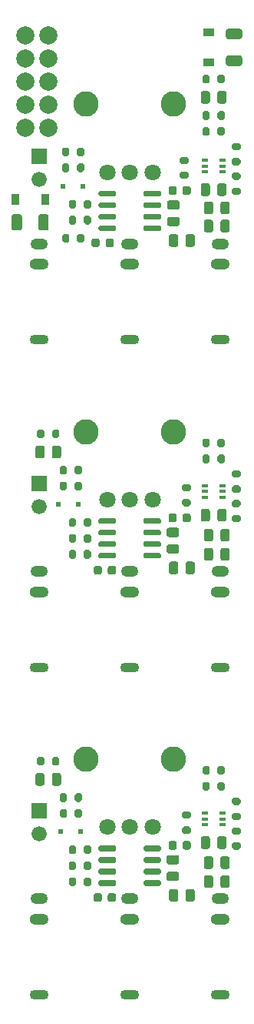
<source format=gbr>
G04 #@! TF.GenerationSoftware,KiCad,Pcbnew,5.1.9-73d0e3b20d~88~ubuntu20.04.1*
G04 #@! TF.CreationDate,2021-04-14T10:28:40-07:00*
G04 #@! TF.ProjectId,3xVCA,33785643-412e-46b6-9963-61645f706362,rev?*
G04 #@! TF.SameCoordinates,Original*
G04 #@! TF.FileFunction,Soldermask,Top*
G04 #@! TF.FilePolarity,Negative*
%FSLAX46Y46*%
G04 Gerber Fmt 4.6, Leading zero omitted, Abs format (unit mm)*
G04 Created by KiCad (PCBNEW 5.1.9-73d0e3b20d~88~ubuntu20.04.1) date 2021-04-14 10:28:40*
%MOMM*%
%LPD*%
G01*
G04 APERTURE LIST*
%ADD10R,0.500000X0.500000*%
%ADD11R,0.650000X0.400000*%
%ADD12C,1.676400*%
%ADD13R,1.676400X1.676400*%
%ADD14R,0.900000X1.200000*%
%ADD15R,1.200000X0.900000*%
%ADD16O,1.900000X1.200000*%
%ADD17O,2.100000X1.200000*%
%ADD18O,2.100000X1.100000*%
%ADD19C,2.800000*%
%ADD20C,1.800000*%
%ADD21C,2.000000*%
G04 APERTURE END LIST*
D10*
X6400000Y20000000D03*
X8600000Y20000000D03*
X6150000Y56000000D03*
X8350000Y56000000D03*
X6650000Y91000000D03*
X8850000Y91000000D03*
G36*
G01*
X19250002Y88400000D02*
X18349998Y88400000D01*
G75*
G02*
X18100000Y88649998I0J249998D01*
G01*
X18100000Y89175002D01*
G75*
G02*
X18349998Y89425000I249998J0D01*
G01*
X19250002Y89425000D01*
G75*
G02*
X19500000Y89175002I0J-249998D01*
G01*
X19500000Y88649998D01*
G75*
G02*
X19250002Y88400000I-249998J0D01*
G01*
G37*
G36*
G01*
X19250002Y86575000D02*
X18349998Y86575000D01*
G75*
G02*
X18100000Y86824998I0J249998D01*
G01*
X18100000Y87350002D01*
G75*
G02*
X18349998Y87600000I249998J0D01*
G01*
X19250002Y87600000D01*
G75*
G02*
X19500000Y87350002I0J-249998D01*
G01*
X19500000Y86824998D01*
G75*
G02*
X19250002Y86575000I-249998J0D01*
G01*
G37*
G36*
G01*
X23200000Y87050002D02*
X23200000Y86149998D01*
G75*
G02*
X22950002Y85900000I-249998J0D01*
G01*
X22424998Y85900000D01*
G75*
G02*
X22175000Y86149998I0J249998D01*
G01*
X22175000Y87050002D01*
G75*
G02*
X22424998Y87300000I249998J0D01*
G01*
X22950002Y87300000D01*
G75*
G02*
X23200000Y87050002I0J-249998D01*
G01*
G37*
G36*
G01*
X25025000Y87050002D02*
X25025000Y86149998D01*
G75*
G02*
X24775002Y85900000I-249998J0D01*
G01*
X24249998Y85900000D01*
G75*
G02*
X24000000Y86149998I0J249998D01*
G01*
X24000000Y87050002D01*
G75*
G02*
X24249998Y87300000I249998J0D01*
G01*
X24775002Y87300000D01*
G75*
G02*
X25025000Y87050002I0J-249998D01*
G01*
G37*
G36*
G01*
X23200000Y14950002D02*
X23200000Y14049998D01*
G75*
G02*
X22950002Y13800000I-249998J0D01*
G01*
X22424998Y13800000D01*
G75*
G02*
X22175000Y14049998I0J249998D01*
G01*
X22175000Y14950002D01*
G75*
G02*
X22424998Y15200000I249998J0D01*
G01*
X22950002Y15200000D01*
G75*
G02*
X23200000Y14950002I0J-249998D01*
G01*
G37*
G36*
G01*
X25025000Y14950002D02*
X25025000Y14049998D01*
G75*
G02*
X24775002Y13800000I-249998J0D01*
G01*
X24249998Y13800000D01*
G75*
G02*
X24000000Y14049998I0J249998D01*
G01*
X24000000Y14950002D01*
G75*
G02*
X24249998Y15200000I249998J0D01*
G01*
X24775002Y15200000D01*
G75*
G02*
X25025000Y14950002I0J-249998D01*
G01*
G37*
G36*
G01*
X19200002Y16400000D02*
X18299998Y16400000D01*
G75*
G02*
X18050000Y16649998I0J249998D01*
G01*
X18050000Y17175002D01*
G75*
G02*
X18299998Y17425000I249998J0D01*
G01*
X19200002Y17425000D01*
G75*
G02*
X19450000Y17175002I0J-249998D01*
G01*
X19450000Y16649998D01*
G75*
G02*
X19200002Y16400000I-249998J0D01*
G01*
G37*
G36*
G01*
X19200002Y14575000D02*
X18299998Y14575000D01*
G75*
G02*
X18050000Y14824998I0J249998D01*
G01*
X18050000Y15350002D01*
G75*
G02*
X18299998Y15600000I249998J0D01*
G01*
X19200002Y15600000D01*
G75*
G02*
X19450000Y15350002I0J-249998D01*
G01*
X19450000Y14824998D01*
G75*
G02*
X19200002Y14575000I-249998J0D01*
G01*
G37*
G36*
G01*
X23200000Y50950002D02*
X23200000Y50049998D01*
G75*
G02*
X22950002Y49800000I-249998J0D01*
G01*
X22424998Y49800000D01*
G75*
G02*
X22175000Y50049998I0J249998D01*
G01*
X22175000Y50950002D01*
G75*
G02*
X22424998Y51200000I249998J0D01*
G01*
X22950002Y51200000D01*
G75*
G02*
X23200000Y50950002I0J-249998D01*
G01*
G37*
G36*
G01*
X25025000Y50950002D02*
X25025000Y50049998D01*
G75*
G02*
X24775002Y49800000I-249998J0D01*
G01*
X24249998Y49800000D01*
G75*
G02*
X24000000Y50049998I0J249998D01*
G01*
X24000000Y50950002D01*
G75*
G02*
X24249998Y51200000I249998J0D01*
G01*
X24775002Y51200000D01*
G75*
G02*
X25025000Y50950002I0J-249998D01*
G01*
G37*
G36*
G01*
X19200002Y52400000D02*
X18299998Y52400000D01*
G75*
G02*
X18050000Y52649998I0J249998D01*
G01*
X18050000Y53175002D01*
G75*
G02*
X18299998Y53425000I249998J0D01*
G01*
X19200002Y53425000D01*
G75*
G02*
X19450000Y53175002I0J-249998D01*
G01*
X19450000Y52649998D01*
G75*
G02*
X19200002Y52400000I-249998J0D01*
G01*
G37*
G36*
G01*
X19200002Y50575000D02*
X18299998Y50575000D01*
G75*
G02*
X18050000Y50824998I0J249998D01*
G01*
X18050000Y51350002D01*
G75*
G02*
X18299998Y51600000I249998J0D01*
G01*
X19200002Y51600000D01*
G75*
G02*
X19450000Y51350002I0J-249998D01*
G01*
X19450000Y50824998D01*
G75*
G02*
X19200002Y50575000I-249998J0D01*
G01*
G37*
G36*
G01*
X23200000Y17050002D02*
X23200000Y16149998D01*
G75*
G02*
X22950002Y15900000I-249998J0D01*
G01*
X22424998Y15900000D01*
G75*
G02*
X22175000Y16149998I0J249998D01*
G01*
X22175000Y17050002D01*
G75*
G02*
X22424998Y17300000I249998J0D01*
G01*
X22950002Y17300000D01*
G75*
G02*
X23200000Y17050002I0J-249998D01*
G01*
G37*
G36*
G01*
X25025000Y17050002D02*
X25025000Y16149998D01*
G75*
G02*
X24775002Y15900000I-249998J0D01*
G01*
X24249998Y15900000D01*
G75*
G02*
X24000000Y16149998I0J249998D01*
G01*
X24000000Y17050002D01*
G75*
G02*
X24249998Y17300000I249998J0D01*
G01*
X24775002Y17300000D01*
G75*
G02*
X25025000Y17050002I0J-249998D01*
G01*
G37*
G36*
G01*
X23650000Y18349998D02*
X23650000Y19250002D01*
G75*
G02*
X23899998Y19500000I249998J0D01*
G01*
X24425002Y19500000D01*
G75*
G02*
X24675000Y19250002I0J-249998D01*
G01*
X24675000Y18349998D01*
G75*
G02*
X24425002Y18100000I-249998J0D01*
G01*
X23899998Y18100000D01*
G75*
G02*
X23650000Y18349998I0J249998D01*
G01*
G37*
G36*
G01*
X21825000Y18349998D02*
X21825000Y19250002D01*
G75*
G02*
X22074998Y19500000I249998J0D01*
G01*
X22600002Y19500000D01*
G75*
G02*
X22850000Y19250002I0J-249998D01*
G01*
X22850000Y18349998D01*
G75*
G02*
X22600002Y18100000I-249998J0D01*
G01*
X22074998Y18100000D01*
G75*
G02*
X21825000Y18349998I0J249998D01*
G01*
G37*
G36*
G01*
X23200000Y53050002D02*
X23200000Y52149998D01*
G75*
G02*
X22950002Y51900000I-249998J0D01*
G01*
X22424998Y51900000D01*
G75*
G02*
X22175000Y52149998I0J249998D01*
G01*
X22175000Y53050002D01*
G75*
G02*
X22424998Y53300000I249998J0D01*
G01*
X22950002Y53300000D01*
G75*
G02*
X23200000Y53050002I0J-249998D01*
G01*
G37*
G36*
G01*
X25025000Y53050002D02*
X25025000Y52149998D01*
G75*
G02*
X24775002Y51900000I-249998J0D01*
G01*
X24249998Y51900000D01*
G75*
G02*
X24000000Y52149998I0J249998D01*
G01*
X24000000Y53050002D01*
G75*
G02*
X24249998Y53300000I249998J0D01*
G01*
X24775002Y53300000D01*
G75*
G02*
X25025000Y53050002I0J-249998D01*
G01*
G37*
G36*
G01*
X23650000Y54349998D02*
X23650000Y55250002D01*
G75*
G02*
X23899998Y55500000I249998J0D01*
G01*
X24425002Y55500000D01*
G75*
G02*
X24675000Y55250002I0J-249998D01*
G01*
X24675000Y54349998D01*
G75*
G02*
X24425002Y54100000I-249998J0D01*
G01*
X23899998Y54100000D01*
G75*
G02*
X23650000Y54349998I0J249998D01*
G01*
G37*
G36*
G01*
X21825000Y54349998D02*
X21825000Y55250002D01*
G75*
G02*
X22074998Y55500000I249998J0D01*
G01*
X22600002Y55500000D01*
G75*
G02*
X22850000Y55250002I0J-249998D01*
G01*
X22850000Y54349998D01*
G75*
G02*
X22600002Y54100000I-249998J0D01*
G01*
X22074998Y54100000D01*
G75*
G02*
X21825000Y54349998I0J249998D01*
G01*
G37*
G36*
G01*
X23200000Y89050002D02*
X23200000Y88149998D01*
G75*
G02*
X22950002Y87900000I-249998J0D01*
G01*
X22424998Y87900000D01*
G75*
G02*
X22175000Y88149998I0J249998D01*
G01*
X22175000Y89050002D01*
G75*
G02*
X22424998Y89300000I249998J0D01*
G01*
X22950002Y89300000D01*
G75*
G02*
X23200000Y89050002I0J-249998D01*
G01*
G37*
G36*
G01*
X25025000Y89050002D02*
X25025000Y88149998D01*
G75*
G02*
X24775002Y87900000I-249998J0D01*
G01*
X24249998Y87900000D01*
G75*
G02*
X24000000Y88149998I0J249998D01*
G01*
X24000000Y89050002D01*
G75*
G02*
X24249998Y89300000I249998J0D01*
G01*
X24775002Y89300000D01*
G75*
G02*
X25025000Y89050002I0J-249998D01*
G01*
G37*
G36*
G01*
X23650000Y90149998D02*
X23650000Y91050002D01*
G75*
G02*
X23899998Y91300000I249998J0D01*
G01*
X24425002Y91300000D01*
G75*
G02*
X24675000Y91050002I0J-249998D01*
G01*
X24675000Y90149998D01*
G75*
G02*
X24425002Y89900000I-249998J0D01*
G01*
X23899998Y89900000D01*
G75*
G02*
X23650000Y90149998I0J249998D01*
G01*
G37*
G36*
G01*
X21825000Y90149998D02*
X21825000Y91050002D01*
G75*
G02*
X22074998Y91300000I249998J0D01*
G01*
X22600002Y91300000D01*
G75*
G02*
X22850000Y91050002I0J-249998D01*
G01*
X22850000Y90149998D01*
G75*
G02*
X22600002Y89900000I-249998J0D01*
G01*
X22074998Y89900000D01*
G75*
G02*
X21825000Y90149998I0J249998D01*
G01*
G37*
G36*
G01*
X23675000Y24725000D02*
X23675000Y25275000D01*
G75*
G02*
X23875000Y25475000I200000J0D01*
G01*
X24275000Y25475000D01*
G75*
G02*
X24475000Y25275000I0J-200000D01*
G01*
X24475000Y24725000D01*
G75*
G02*
X24275000Y24525000I-200000J0D01*
G01*
X23875000Y24525000D01*
G75*
G02*
X23675000Y24725000I0J200000D01*
G01*
G37*
G36*
G01*
X22025000Y24725000D02*
X22025000Y25275000D01*
G75*
G02*
X22225000Y25475000I200000J0D01*
G01*
X22625000Y25475000D01*
G75*
G02*
X22825000Y25275000I0J-200000D01*
G01*
X22825000Y24725000D01*
G75*
G02*
X22625000Y24525000I-200000J0D01*
G01*
X22225000Y24525000D01*
G75*
G02*
X22025000Y24725000I0J200000D01*
G01*
G37*
D11*
X24200000Y22050000D03*
X24200000Y20750000D03*
X22300000Y21400000D03*
X24200000Y21400000D03*
X22300000Y20750000D03*
X22300000Y22050000D03*
X24200000Y58050000D03*
X24200000Y56750000D03*
X22300000Y57400000D03*
X24200000Y57400000D03*
X22300000Y56750000D03*
X22300000Y58050000D03*
X24200000Y93850000D03*
X24200000Y92550000D03*
X22300000Y93200000D03*
X24200000Y93200000D03*
X22300000Y92550000D03*
X22300000Y93850000D03*
D12*
X4000000Y91730000D03*
D13*
X4000000Y94270000D03*
D12*
X4000000Y55730000D03*
D13*
X4000000Y58270000D03*
D12*
X4000000Y19730000D03*
D13*
X4000000Y22270000D03*
G36*
G01*
X7925000Y21725000D02*
X7925000Y22275000D01*
G75*
G02*
X8125000Y22475000I200000J0D01*
G01*
X8525000Y22475000D01*
G75*
G02*
X8725000Y22275000I0J-200000D01*
G01*
X8725000Y21725000D01*
G75*
G02*
X8525000Y21525000I-200000J0D01*
G01*
X8125000Y21525000D01*
G75*
G02*
X7925000Y21725000I0J200000D01*
G01*
G37*
G36*
G01*
X6275000Y21725000D02*
X6275000Y22275000D01*
G75*
G02*
X6475000Y22475000I200000J0D01*
G01*
X6875000Y22475000D01*
G75*
G02*
X7075000Y22275000I0J-200000D01*
G01*
X7075000Y21725000D01*
G75*
G02*
X6875000Y21525000I-200000J0D01*
G01*
X6475000Y21525000D01*
G75*
G02*
X6275000Y21725000I0J200000D01*
G01*
G37*
G36*
G01*
X15500000Y54005000D02*
X15500000Y54305000D01*
G75*
G02*
X15650000Y54455000I150000J0D01*
G01*
X17300000Y54455000D01*
G75*
G02*
X17450000Y54305000I0J-150000D01*
G01*
X17450000Y54005000D01*
G75*
G02*
X17300000Y53855000I-150000J0D01*
G01*
X15650000Y53855000D01*
G75*
G02*
X15500000Y54005000I0J150000D01*
G01*
G37*
G36*
G01*
X15500000Y52735000D02*
X15500000Y53035000D01*
G75*
G02*
X15650000Y53185000I150000J0D01*
G01*
X17300000Y53185000D01*
G75*
G02*
X17450000Y53035000I0J-150000D01*
G01*
X17450000Y52735000D01*
G75*
G02*
X17300000Y52585000I-150000J0D01*
G01*
X15650000Y52585000D01*
G75*
G02*
X15500000Y52735000I0J150000D01*
G01*
G37*
G36*
G01*
X15500000Y51465000D02*
X15500000Y51765000D01*
G75*
G02*
X15650000Y51915000I150000J0D01*
G01*
X17300000Y51915000D01*
G75*
G02*
X17450000Y51765000I0J-150000D01*
G01*
X17450000Y51465000D01*
G75*
G02*
X17300000Y51315000I-150000J0D01*
G01*
X15650000Y51315000D01*
G75*
G02*
X15500000Y51465000I0J150000D01*
G01*
G37*
G36*
G01*
X15500000Y50195000D02*
X15500000Y50495000D01*
G75*
G02*
X15650000Y50645000I150000J0D01*
G01*
X17300000Y50645000D01*
G75*
G02*
X17450000Y50495000I0J-150000D01*
G01*
X17450000Y50195000D01*
G75*
G02*
X17300000Y50045000I-150000J0D01*
G01*
X15650000Y50045000D01*
G75*
G02*
X15500000Y50195000I0J150000D01*
G01*
G37*
G36*
G01*
X10550000Y50195000D02*
X10550000Y50495000D01*
G75*
G02*
X10700000Y50645000I150000J0D01*
G01*
X12350000Y50645000D01*
G75*
G02*
X12500000Y50495000I0J-150000D01*
G01*
X12500000Y50195000D01*
G75*
G02*
X12350000Y50045000I-150000J0D01*
G01*
X10700000Y50045000D01*
G75*
G02*
X10550000Y50195000I0J150000D01*
G01*
G37*
G36*
G01*
X10550000Y51465000D02*
X10550000Y51765000D01*
G75*
G02*
X10700000Y51915000I150000J0D01*
G01*
X12350000Y51915000D01*
G75*
G02*
X12500000Y51765000I0J-150000D01*
G01*
X12500000Y51465000D01*
G75*
G02*
X12350000Y51315000I-150000J0D01*
G01*
X10700000Y51315000D01*
G75*
G02*
X10550000Y51465000I0J150000D01*
G01*
G37*
G36*
G01*
X10550000Y52735000D02*
X10550000Y53035000D01*
G75*
G02*
X10700000Y53185000I150000J0D01*
G01*
X12350000Y53185000D01*
G75*
G02*
X12500000Y53035000I0J-150000D01*
G01*
X12500000Y52735000D01*
G75*
G02*
X12350000Y52585000I-150000J0D01*
G01*
X10700000Y52585000D01*
G75*
G02*
X10550000Y52735000I0J150000D01*
G01*
G37*
G36*
G01*
X10550000Y54005000D02*
X10550000Y54305000D01*
G75*
G02*
X10700000Y54455000I150000J0D01*
G01*
X12350000Y54455000D01*
G75*
G02*
X12500000Y54305000I0J-150000D01*
G01*
X12500000Y54005000D01*
G75*
G02*
X12350000Y53855000I-150000J0D01*
G01*
X10700000Y53855000D01*
G75*
G02*
X10550000Y54005000I0J150000D01*
G01*
G37*
G36*
G01*
X15500000Y18005000D02*
X15500000Y18305000D01*
G75*
G02*
X15650000Y18455000I150000J0D01*
G01*
X17300000Y18455000D01*
G75*
G02*
X17450000Y18305000I0J-150000D01*
G01*
X17450000Y18005000D01*
G75*
G02*
X17300000Y17855000I-150000J0D01*
G01*
X15650000Y17855000D01*
G75*
G02*
X15500000Y18005000I0J150000D01*
G01*
G37*
G36*
G01*
X15500000Y16735000D02*
X15500000Y17035000D01*
G75*
G02*
X15650000Y17185000I150000J0D01*
G01*
X17300000Y17185000D01*
G75*
G02*
X17450000Y17035000I0J-150000D01*
G01*
X17450000Y16735000D01*
G75*
G02*
X17300000Y16585000I-150000J0D01*
G01*
X15650000Y16585000D01*
G75*
G02*
X15500000Y16735000I0J150000D01*
G01*
G37*
G36*
G01*
X15500000Y15465000D02*
X15500000Y15765000D01*
G75*
G02*
X15650000Y15915000I150000J0D01*
G01*
X17300000Y15915000D01*
G75*
G02*
X17450000Y15765000I0J-150000D01*
G01*
X17450000Y15465000D01*
G75*
G02*
X17300000Y15315000I-150000J0D01*
G01*
X15650000Y15315000D01*
G75*
G02*
X15500000Y15465000I0J150000D01*
G01*
G37*
G36*
G01*
X15500000Y14195000D02*
X15500000Y14495000D01*
G75*
G02*
X15650000Y14645000I150000J0D01*
G01*
X17300000Y14645000D01*
G75*
G02*
X17450000Y14495000I0J-150000D01*
G01*
X17450000Y14195000D01*
G75*
G02*
X17300000Y14045000I-150000J0D01*
G01*
X15650000Y14045000D01*
G75*
G02*
X15500000Y14195000I0J150000D01*
G01*
G37*
G36*
G01*
X10550000Y14195000D02*
X10550000Y14495000D01*
G75*
G02*
X10700000Y14645000I150000J0D01*
G01*
X12350000Y14645000D01*
G75*
G02*
X12500000Y14495000I0J-150000D01*
G01*
X12500000Y14195000D01*
G75*
G02*
X12350000Y14045000I-150000J0D01*
G01*
X10700000Y14045000D01*
G75*
G02*
X10550000Y14195000I0J150000D01*
G01*
G37*
G36*
G01*
X10550000Y15465000D02*
X10550000Y15765000D01*
G75*
G02*
X10700000Y15915000I150000J0D01*
G01*
X12350000Y15915000D01*
G75*
G02*
X12500000Y15765000I0J-150000D01*
G01*
X12500000Y15465000D01*
G75*
G02*
X12350000Y15315000I-150000J0D01*
G01*
X10700000Y15315000D01*
G75*
G02*
X10550000Y15465000I0J150000D01*
G01*
G37*
G36*
G01*
X10550000Y16735000D02*
X10550000Y17035000D01*
G75*
G02*
X10700000Y17185000I150000J0D01*
G01*
X12350000Y17185000D01*
G75*
G02*
X12500000Y17035000I0J-150000D01*
G01*
X12500000Y16735000D01*
G75*
G02*
X12350000Y16585000I-150000J0D01*
G01*
X10700000Y16585000D01*
G75*
G02*
X10550000Y16735000I0J150000D01*
G01*
G37*
G36*
G01*
X10550000Y18005000D02*
X10550000Y18305000D01*
G75*
G02*
X10700000Y18455000I150000J0D01*
G01*
X12350000Y18455000D01*
G75*
G02*
X12500000Y18305000I0J-150000D01*
G01*
X12500000Y18005000D01*
G75*
G02*
X12350000Y17855000I-150000J0D01*
G01*
X10700000Y17855000D01*
G75*
G02*
X10550000Y18005000I0J150000D01*
G01*
G37*
G36*
G01*
X15500000Y90005000D02*
X15500000Y90305000D01*
G75*
G02*
X15650000Y90455000I150000J0D01*
G01*
X17300000Y90455000D01*
G75*
G02*
X17450000Y90305000I0J-150000D01*
G01*
X17450000Y90005000D01*
G75*
G02*
X17300000Y89855000I-150000J0D01*
G01*
X15650000Y89855000D01*
G75*
G02*
X15500000Y90005000I0J150000D01*
G01*
G37*
G36*
G01*
X15500000Y88735000D02*
X15500000Y89035000D01*
G75*
G02*
X15650000Y89185000I150000J0D01*
G01*
X17300000Y89185000D01*
G75*
G02*
X17450000Y89035000I0J-150000D01*
G01*
X17450000Y88735000D01*
G75*
G02*
X17300000Y88585000I-150000J0D01*
G01*
X15650000Y88585000D01*
G75*
G02*
X15500000Y88735000I0J150000D01*
G01*
G37*
G36*
G01*
X15500000Y87465000D02*
X15500000Y87765000D01*
G75*
G02*
X15650000Y87915000I150000J0D01*
G01*
X17300000Y87915000D01*
G75*
G02*
X17450000Y87765000I0J-150000D01*
G01*
X17450000Y87465000D01*
G75*
G02*
X17300000Y87315000I-150000J0D01*
G01*
X15650000Y87315000D01*
G75*
G02*
X15500000Y87465000I0J150000D01*
G01*
G37*
G36*
G01*
X15500000Y86195000D02*
X15500000Y86495000D01*
G75*
G02*
X15650000Y86645000I150000J0D01*
G01*
X17300000Y86645000D01*
G75*
G02*
X17450000Y86495000I0J-150000D01*
G01*
X17450000Y86195000D01*
G75*
G02*
X17300000Y86045000I-150000J0D01*
G01*
X15650000Y86045000D01*
G75*
G02*
X15500000Y86195000I0J150000D01*
G01*
G37*
G36*
G01*
X10550000Y86195000D02*
X10550000Y86495000D01*
G75*
G02*
X10700000Y86645000I150000J0D01*
G01*
X12350000Y86645000D01*
G75*
G02*
X12500000Y86495000I0J-150000D01*
G01*
X12500000Y86195000D01*
G75*
G02*
X12350000Y86045000I-150000J0D01*
G01*
X10700000Y86045000D01*
G75*
G02*
X10550000Y86195000I0J150000D01*
G01*
G37*
G36*
G01*
X10550000Y87465000D02*
X10550000Y87765000D01*
G75*
G02*
X10700000Y87915000I150000J0D01*
G01*
X12350000Y87915000D01*
G75*
G02*
X12500000Y87765000I0J-150000D01*
G01*
X12500000Y87465000D01*
G75*
G02*
X12350000Y87315000I-150000J0D01*
G01*
X10700000Y87315000D01*
G75*
G02*
X10550000Y87465000I0J150000D01*
G01*
G37*
G36*
G01*
X10550000Y88735000D02*
X10550000Y89035000D01*
G75*
G02*
X10700000Y89185000I150000J0D01*
G01*
X12350000Y89185000D01*
G75*
G02*
X12500000Y89035000I0J-150000D01*
G01*
X12500000Y88735000D01*
G75*
G02*
X12350000Y88585000I-150000J0D01*
G01*
X10700000Y88585000D01*
G75*
G02*
X10550000Y88735000I0J150000D01*
G01*
G37*
G36*
G01*
X10550000Y90005000D02*
X10550000Y90305000D01*
G75*
G02*
X10700000Y90455000I150000J0D01*
G01*
X12350000Y90455000D01*
G75*
G02*
X12500000Y90305000I0J-150000D01*
G01*
X12500000Y90005000D01*
G75*
G02*
X12350000Y89855000I-150000J0D01*
G01*
X10700000Y89855000D01*
G75*
G02*
X10550000Y90005000I0J150000D01*
G01*
G37*
G36*
G01*
X20525000Y21425000D02*
X19975000Y21425000D01*
G75*
G02*
X19775000Y21625000I0J200000D01*
G01*
X19775000Y22025000D01*
G75*
G02*
X19975000Y22225000I200000J0D01*
G01*
X20525000Y22225000D01*
G75*
G02*
X20725000Y22025000I0J-200000D01*
G01*
X20725000Y21625000D01*
G75*
G02*
X20525000Y21425000I-200000J0D01*
G01*
G37*
G36*
G01*
X20525000Y19775000D02*
X19975000Y19775000D01*
G75*
G02*
X19775000Y19975000I0J200000D01*
G01*
X19775000Y20375000D01*
G75*
G02*
X19975000Y20575000I200000J0D01*
G01*
X20525000Y20575000D01*
G75*
G02*
X20725000Y20375000I0J-200000D01*
G01*
X20725000Y19975000D01*
G75*
G02*
X20525000Y19775000I-200000J0D01*
G01*
G37*
G36*
G01*
X25475000Y22075000D02*
X26025000Y22075000D01*
G75*
G02*
X26225000Y21875000I0J-200000D01*
G01*
X26225000Y21475000D01*
G75*
G02*
X26025000Y21275000I-200000J0D01*
G01*
X25475000Y21275000D01*
G75*
G02*
X25275000Y21475000I0J200000D01*
G01*
X25275000Y21875000D01*
G75*
G02*
X25475000Y22075000I200000J0D01*
G01*
G37*
G36*
G01*
X25475000Y23725000D02*
X26025000Y23725000D01*
G75*
G02*
X26225000Y23525000I0J-200000D01*
G01*
X26225000Y23125000D01*
G75*
G02*
X26025000Y22925000I-200000J0D01*
G01*
X25475000Y22925000D01*
G75*
G02*
X25275000Y23125000I0J200000D01*
G01*
X25275000Y23525000D01*
G75*
G02*
X25475000Y23725000I200000J0D01*
G01*
G37*
G36*
G01*
X5425000Y27475000D02*
X5425000Y28025000D01*
G75*
G02*
X5625000Y28225000I200000J0D01*
G01*
X6025000Y28225000D01*
G75*
G02*
X6225000Y28025000I0J-200000D01*
G01*
X6225000Y27475000D01*
G75*
G02*
X6025000Y27275000I-200000J0D01*
G01*
X5625000Y27275000D01*
G75*
G02*
X5425000Y27475000I0J200000D01*
G01*
G37*
G36*
G01*
X3775000Y27475000D02*
X3775000Y28025000D01*
G75*
G02*
X3975000Y28225000I200000J0D01*
G01*
X4375000Y28225000D01*
G75*
G02*
X4575000Y28025000I0J-200000D01*
G01*
X4575000Y27475000D01*
G75*
G02*
X4375000Y27275000I-200000J0D01*
G01*
X3975000Y27275000D01*
G75*
G02*
X3775000Y27475000I0J200000D01*
G01*
G37*
G36*
G01*
X5400000Y25299998D02*
X5400000Y26200002D01*
G75*
G02*
X5649998Y26450000I249998J0D01*
G01*
X6175002Y26450000D01*
G75*
G02*
X6425000Y26200002I0J-249998D01*
G01*
X6425000Y25299998D01*
G75*
G02*
X6175002Y25050000I-249998J0D01*
G01*
X5649998Y25050000D01*
G75*
G02*
X5400000Y25299998I0J249998D01*
G01*
G37*
G36*
G01*
X3575000Y25299998D02*
X3575000Y26200002D01*
G75*
G02*
X3824998Y26450000I249998J0D01*
G01*
X4350002Y26450000D01*
G75*
G02*
X4600000Y26200002I0J-249998D01*
G01*
X4600000Y25299998D01*
G75*
G02*
X4350002Y25050000I-249998J0D01*
G01*
X3824998Y25050000D01*
G75*
G02*
X3575000Y25299998I0J249998D01*
G01*
G37*
G36*
G01*
X25475000Y18825000D02*
X26025000Y18825000D01*
G75*
G02*
X26225000Y18625000I0J-200000D01*
G01*
X26225000Y18225000D01*
G75*
G02*
X26025000Y18025000I-200000J0D01*
G01*
X25475000Y18025000D01*
G75*
G02*
X25275000Y18225000I0J200000D01*
G01*
X25275000Y18625000D01*
G75*
G02*
X25475000Y18825000I200000J0D01*
G01*
G37*
G36*
G01*
X25475000Y20475000D02*
X26025000Y20475000D01*
G75*
G02*
X26225000Y20275000I0J-200000D01*
G01*
X26225000Y19875000D01*
G75*
G02*
X26025000Y19675000I-200000J0D01*
G01*
X25475000Y19675000D01*
G75*
G02*
X25275000Y19875000I0J200000D01*
G01*
X25275000Y20275000D01*
G75*
G02*
X25475000Y20475000I200000J0D01*
G01*
G37*
G36*
G01*
X8075000Y14775000D02*
X8075000Y14225000D01*
G75*
G02*
X7875000Y14025000I-200000J0D01*
G01*
X7475000Y14025000D01*
G75*
G02*
X7275000Y14225000I0J200000D01*
G01*
X7275000Y14775000D01*
G75*
G02*
X7475000Y14975000I200000J0D01*
G01*
X7875000Y14975000D01*
G75*
G02*
X8075000Y14775000I0J-200000D01*
G01*
G37*
G36*
G01*
X9725000Y14775000D02*
X9725000Y14225000D01*
G75*
G02*
X9525000Y14025000I-200000J0D01*
G01*
X9125000Y14025000D01*
G75*
G02*
X8925000Y14225000I0J200000D01*
G01*
X8925000Y14775000D01*
G75*
G02*
X9125000Y14975000I200000J0D01*
G01*
X9525000Y14975000D01*
G75*
G02*
X9725000Y14775000I0J-200000D01*
G01*
G37*
G36*
G01*
X8075000Y18275000D02*
X8075000Y17725000D01*
G75*
G02*
X7875000Y17525000I-200000J0D01*
G01*
X7475000Y17525000D01*
G75*
G02*
X7275000Y17725000I0J200000D01*
G01*
X7275000Y18275000D01*
G75*
G02*
X7475000Y18475000I200000J0D01*
G01*
X7875000Y18475000D01*
G75*
G02*
X8075000Y18275000I0J-200000D01*
G01*
G37*
G36*
G01*
X9725000Y18275000D02*
X9725000Y17725000D01*
G75*
G02*
X9525000Y17525000I-200000J0D01*
G01*
X9125000Y17525000D01*
G75*
G02*
X8925000Y17725000I0J200000D01*
G01*
X8925000Y18275000D01*
G75*
G02*
X9125000Y18475000I200000J0D01*
G01*
X9525000Y18475000D01*
G75*
G02*
X9725000Y18275000I0J-200000D01*
G01*
G37*
G36*
G01*
X7925000Y23475000D02*
X7925000Y24025000D01*
G75*
G02*
X8125000Y24225000I200000J0D01*
G01*
X8525000Y24225000D01*
G75*
G02*
X8725000Y24025000I0J-200000D01*
G01*
X8725000Y23475000D01*
G75*
G02*
X8525000Y23275000I-200000J0D01*
G01*
X8125000Y23275000D01*
G75*
G02*
X7925000Y23475000I0J200000D01*
G01*
G37*
G36*
G01*
X6275000Y23475000D02*
X6275000Y24025000D01*
G75*
G02*
X6475000Y24225000I200000J0D01*
G01*
X6875000Y24225000D01*
G75*
G02*
X7075000Y24025000I0J-200000D01*
G01*
X7075000Y23475000D01*
G75*
G02*
X6875000Y23275000I-200000J0D01*
G01*
X6475000Y23275000D01*
G75*
G02*
X6275000Y23475000I0J200000D01*
G01*
G37*
G36*
G01*
X20150000Y12549998D02*
X20150000Y13450002D01*
G75*
G02*
X20399998Y13700000I249998J0D01*
G01*
X20925002Y13700000D01*
G75*
G02*
X21175000Y13450002I0J-249998D01*
G01*
X21175000Y12549998D01*
G75*
G02*
X20925002Y12300000I-249998J0D01*
G01*
X20399998Y12300000D01*
G75*
G02*
X20150000Y12549998I0J249998D01*
G01*
G37*
G36*
G01*
X18325000Y12549998D02*
X18325000Y13450002D01*
G75*
G02*
X18574998Y13700000I249998J0D01*
G01*
X19100002Y13700000D01*
G75*
G02*
X19350000Y13450002I0J-249998D01*
G01*
X19350000Y12549998D01*
G75*
G02*
X19100002Y12300000I-249998J0D01*
G01*
X18574998Y12300000D01*
G75*
G02*
X18325000Y12549998I0J249998D01*
G01*
G37*
G36*
G01*
X8075000Y16525000D02*
X8075000Y15975000D01*
G75*
G02*
X7875000Y15775000I-200000J0D01*
G01*
X7475000Y15775000D01*
G75*
G02*
X7275000Y15975000I0J200000D01*
G01*
X7275000Y16525000D01*
G75*
G02*
X7475000Y16725000I200000J0D01*
G01*
X7875000Y16725000D01*
G75*
G02*
X8075000Y16525000I0J-200000D01*
G01*
G37*
G36*
G01*
X9725000Y16525000D02*
X9725000Y15975000D01*
G75*
G02*
X9525000Y15775000I-200000J0D01*
G01*
X9125000Y15775000D01*
G75*
G02*
X8925000Y15975000I0J200000D01*
G01*
X8925000Y16525000D01*
G75*
G02*
X9125000Y16725000I200000J0D01*
G01*
X9525000Y16725000D01*
G75*
G02*
X9725000Y16525000I0J-200000D01*
G01*
G37*
G36*
G01*
X22825000Y27025000D02*
X22825000Y26475000D01*
G75*
G02*
X22625000Y26275000I-200000J0D01*
G01*
X22225000Y26275000D01*
G75*
G02*
X22025000Y26475000I0J200000D01*
G01*
X22025000Y27025000D01*
G75*
G02*
X22225000Y27225000I200000J0D01*
G01*
X22625000Y27225000D01*
G75*
G02*
X22825000Y27025000I0J-200000D01*
G01*
G37*
G36*
G01*
X24475000Y27025000D02*
X24475000Y26475000D01*
G75*
G02*
X24275000Y26275000I-200000J0D01*
G01*
X23875000Y26275000D01*
G75*
G02*
X23675000Y26475000I0J200000D01*
G01*
X23675000Y27025000D01*
G75*
G02*
X23875000Y27225000I200000J0D01*
G01*
X24275000Y27225000D01*
G75*
G02*
X24475000Y27025000I0J-200000D01*
G01*
G37*
G36*
G01*
X7925000Y57725000D02*
X7925000Y58275000D01*
G75*
G02*
X8125000Y58475000I200000J0D01*
G01*
X8525000Y58475000D01*
G75*
G02*
X8725000Y58275000I0J-200000D01*
G01*
X8725000Y57725000D01*
G75*
G02*
X8525000Y57525000I-200000J0D01*
G01*
X8125000Y57525000D01*
G75*
G02*
X7925000Y57725000I0J200000D01*
G01*
G37*
G36*
G01*
X6275000Y57725000D02*
X6275000Y58275000D01*
G75*
G02*
X6475000Y58475000I200000J0D01*
G01*
X6875000Y58475000D01*
G75*
G02*
X7075000Y58275000I0J-200000D01*
G01*
X7075000Y57725000D01*
G75*
G02*
X6875000Y57525000I-200000J0D01*
G01*
X6475000Y57525000D01*
G75*
G02*
X6275000Y57725000I0J200000D01*
G01*
G37*
G36*
G01*
X20525000Y57425000D02*
X19975000Y57425000D01*
G75*
G02*
X19775000Y57625000I0J200000D01*
G01*
X19775000Y58025000D01*
G75*
G02*
X19975000Y58225000I200000J0D01*
G01*
X20525000Y58225000D01*
G75*
G02*
X20725000Y58025000I0J-200000D01*
G01*
X20725000Y57625000D01*
G75*
G02*
X20525000Y57425000I-200000J0D01*
G01*
G37*
G36*
G01*
X20525000Y55775000D02*
X19975000Y55775000D01*
G75*
G02*
X19775000Y55975000I0J200000D01*
G01*
X19775000Y56375000D01*
G75*
G02*
X19975000Y56575000I200000J0D01*
G01*
X20525000Y56575000D01*
G75*
G02*
X20725000Y56375000I0J-200000D01*
G01*
X20725000Y55975000D01*
G75*
G02*
X20525000Y55775000I-200000J0D01*
G01*
G37*
G36*
G01*
X25475000Y58075000D02*
X26025000Y58075000D01*
G75*
G02*
X26225000Y57875000I0J-200000D01*
G01*
X26225000Y57475000D01*
G75*
G02*
X26025000Y57275000I-200000J0D01*
G01*
X25475000Y57275000D01*
G75*
G02*
X25275000Y57475000I0J200000D01*
G01*
X25275000Y57875000D01*
G75*
G02*
X25475000Y58075000I200000J0D01*
G01*
G37*
G36*
G01*
X25475000Y59725000D02*
X26025000Y59725000D01*
G75*
G02*
X26225000Y59525000I0J-200000D01*
G01*
X26225000Y59125000D01*
G75*
G02*
X26025000Y58925000I-200000J0D01*
G01*
X25475000Y58925000D01*
G75*
G02*
X25275000Y59125000I0J200000D01*
G01*
X25275000Y59525000D01*
G75*
G02*
X25475000Y59725000I200000J0D01*
G01*
G37*
G36*
G01*
X5425000Y63475000D02*
X5425000Y64025000D01*
G75*
G02*
X5625000Y64225000I200000J0D01*
G01*
X6025000Y64225000D01*
G75*
G02*
X6225000Y64025000I0J-200000D01*
G01*
X6225000Y63475000D01*
G75*
G02*
X6025000Y63275000I-200000J0D01*
G01*
X5625000Y63275000D01*
G75*
G02*
X5425000Y63475000I0J200000D01*
G01*
G37*
G36*
G01*
X3775000Y63475000D02*
X3775000Y64025000D01*
G75*
G02*
X3975000Y64225000I200000J0D01*
G01*
X4375000Y64225000D01*
G75*
G02*
X4575000Y64025000I0J-200000D01*
G01*
X4575000Y63475000D01*
G75*
G02*
X4375000Y63275000I-200000J0D01*
G01*
X3975000Y63275000D01*
G75*
G02*
X3775000Y63475000I0J200000D01*
G01*
G37*
G36*
G01*
X5400000Y61299998D02*
X5400000Y62200002D01*
G75*
G02*
X5649998Y62450000I249998J0D01*
G01*
X6175002Y62450000D01*
G75*
G02*
X6425000Y62200002I0J-249998D01*
G01*
X6425000Y61299998D01*
G75*
G02*
X6175002Y61050000I-249998J0D01*
G01*
X5649998Y61050000D01*
G75*
G02*
X5400000Y61299998I0J249998D01*
G01*
G37*
G36*
G01*
X3575000Y61299998D02*
X3575000Y62200002D01*
G75*
G02*
X3824998Y62450000I249998J0D01*
G01*
X4350002Y62450000D01*
G75*
G02*
X4600000Y62200002I0J-249998D01*
G01*
X4600000Y61299998D01*
G75*
G02*
X4350002Y61050000I-249998J0D01*
G01*
X3824998Y61050000D01*
G75*
G02*
X3575000Y61299998I0J249998D01*
G01*
G37*
G36*
G01*
X25475000Y54825000D02*
X26025000Y54825000D01*
G75*
G02*
X26225000Y54625000I0J-200000D01*
G01*
X26225000Y54225000D01*
G75*
G02*
X26025000Y54025000I-200000J0D01*
G01*
X25475000Y54025000D01*
G75*
G02*
X25275000Y54225000I0J200000D01*
G01*
X25275000Y54625000D01*
G75*
G02*
X25475000Y54825000I200000J0D01*
G01*
G37*
G36*
G01*
X25475000Y56475000D02*
X26025000Y56475000D01*
G75*
G02*
X26225000Y56275000I0J-200000D01*
G01*
X26225000Y55875000D01*
G75*
G02*
X26025000Y55675000I-200000J0D01*
G01*
X25475000Y55675000D01*
G75*
G02*
X25275000Y55875000I0J200000D01*
G01*
X25275000Y56275000D01*
G75*
G02*
X25475000Y56475000I200000J0D01*
G01*
G37*
G36*
G01*
X8075000Y50775000D02*
X8075000Y50225000D01*
G75*
G02*
X7875000Y50025000I-200000J0D01*
G01*
X7475000Y50025000D01*
G75*
G02*
X7275000Y50225000I0J200000D01*
G01*
X7275000Y50775000D01*
G75*
G02*
X7475000Y50975000I200000J0D01*
G01*
X7875000Y50975000D01*
G75*
G02*
X8075000Y50775000I0J-200000D01*
G01*
G37*
G36*
G01*
X9725000Y50775000D02*
X9725000Y50225000D01*
G75*
G02*
X9525000Y50025000I-200000J0D01*
G01*
X9125000Y50025000D01*
G75*
G02*
X8925000Y50225000I0J200000D01*
G01*
X8925000Y50775000D01*
G75*
G02*
X9125000Y50975000I200000J0D01*
G01*
X9525000Y50975000D01*
G75*
G02*
X9725000Y50775000I0J-200000D01*
G01*
G37*
G36*
G01*
X8075000Y54275000D02*
X8075000Y53725000D01*
G75*
G02*
X7875000Y53525000I-200000J0D01*
G01*
X7475000Y53525000D01*
G75*
G02*
X7275000Y53725000I0J200000D01*
G01*
X7275000Y54275000D01*
G75*
G02*
X7475000Y54475000I200000J0D01*
G01*
X7875000Y54475000D01*
G75*
G02*
X8075000Y54275000I0J-200000D01*
G01*
G37*
G36*
G01*
X9725000Y54275000D02*
X9725000Y53725000D01*
G75*
G02*
X9525000Y53525000I-200000J0D01*
G01*
X9125000Y53525000D01*
G75*
G02*
X8925000Y53725000I0J200000D01*
G01*
X8925000Y54275000D01*
G75*
G02*
X9125000Y54475000I200000J0D01*
G01*
X9525000Y54475000D01*
G75*
G02*
X9725000Y54275000I0J-200000D01*
G01*
G37*
G36*
G01*
X7925000Y59475000D02*
X7925000Y60025000D01*
G75*
G02*
X8125000Y60225000I200000J0D01*
G01*
X8525000Y60225000D01*
G75*
G02*
X8725000Y60025000I0J-200000D01*
G01*
X8725000Y59475000D01*
G75*
G02*
X8525000Y59275000I-200000J0D01*
G01*
X8125000Y59275000D01*
G75*
G02*
X7925000Y59475000I0J200000D01*
G01*
G37*
G36*
G01*
X6275000Y59475000D02*
X6275000Y60025000D01*
G75*
G02*
X6475000Y60225000I200000J0D01*
G01*
X6875000Y60225000D01*
G75*
G02*
X7075000Y60025000I0J-200000D01*
G01*
X7075000Y59475000D01*
G75*
G02*
X6875000Y59275000I-200000J0D01*
G01*
X6475000Y59275000D01*
G75*
G02*
X6275000Y59475000I0J200000D01*
G01*
G37*
G36*
G01*
X20150000Y48549998D02*
X20150000Y49450002D01*
G75*
G02*
X20399998Y49700000I249998J0D01*
G01*
X20925002Y49700000D01*
G75*
G02*
X21175000Y49450002I0J-249998D01*
G01*
X21175000Y48549998D01*
G75*
G02*
X20925002Y48300000I-249998J0D01*
G01*
X20399998Y48300000D01*
G75*
G02*
X20150000Y48549998I0J249998D01*
G01*
G37*
G36*
G01*
X18325000Y48549998D02*
X18325000Y49450002D01*
G75*
G02*
X18574998Y49700000I249998J0D01*
G01*
X19100002Y49700000D01*
G75*
G02*
X19350000Y49450002I0J-249998D01*
G01*
X19350000Y48549998D01*
G75*
G02*
X19100002Y48300000I-249998J0D01*
G01*
X18574998Y48300000D01*
G75*
G02*
X18325000Y48549998I0J249998D01*
G01*
G37*
G36*
G01*
X8075000Y52525000D02*
X8075000Y51975000D01*
G75*
G02*
X7875000Y51775000I-200000J0D01*
G01*
X7475000Y51775000D01*
G75*
G02*
X7275000Y51975000I0J200000D01*
G01*
X7275000Y52525000D01*
G75*
G02*
X7475000Y52725000I200000J0D01*
G01*
X7875000Y52725000D01*
G75*
G02*
X8075000Y52525000I0J-200000D01*
G01*
G37*
G36*
G01*
X9725000Y52525000D02*
X9725000Y51975000D01*
G75*
G02*
X9525000Y51775000I-200000J0D01*
G01*
X9125000Y51775000D01*
G75*
G02*
X8925000Y51975000I0J200000D01*
G01*
X8925000Y52525000D01*
G75*
G02*
X9125000Y52725000I200000J0D01*
G01*
X9525000Y52725000D01*
G75*
G02*
X9725000Y52525000I0J-200000D01*
G01*
G37*
G36*
G01*
X22825000Y63025000D02*
X22825000Y62475000D01*
G75*
G02*
X22625000Y62275000I-200000J0D01*
G01*
X22225000Y62275000D01*
G75*
G02*
X22025000Y62475000I0J200000D01*
G01*
X22025000Y63025000D01*
G75*
G02*
X22225000Y63225000I200000J0D01*
G01*
X22625000Y63225000D01*
G75*
G02*
X22825000Y63025000I0J-200000D01*
G01*
G37*
G36*
G01*
X24475000Y63025000D02*
X24475000Y62475000D01*
G75*
G02*
X24275000Y62275000I-200000J0D01*
G01*
X23875000Y62275000D01*
G75*
G02*
X23675000Y62475000I0J200000D01*
G01*
X23675000Y63025000D01*
G75*
G02*
X23875000Y63225000I200000J0D01*
G01*
X24275000Y63225000D01*
G75*
G02*
X24475000Y63025000I0J-200000D01*
G01*
G37*
G36*
G01*
X23675000Y60725000D02*
X23675000Y61275000D01*
G75*
G02*
X23875000Y61475000I200000J0D01*
G01*
X24275000Y61475000D01*
G75*
G02*
X24475000Y61275000I0J-200000D01*
G01*
X24475000Y60725000D01*
G75*
G02*
X24275000Y60525000I-200000J0D01*
G01*
X23875000Y60525000D01*
G75*
G02*
X23675000Y60725000I0J200000D01*
G01*
G37*
G36*
G01*
X22025000Y60725000D02*
X22025000Y61275000D01*
G75*
G02*
X22225000Y61475000I200000J0D01*
G01*
X22625000Y61475000D01*
G75*
G02*
X22825000Y61275000I0J-200000D01*
G01*
X22825000Y60725000D01*
G75*
G02*
X22625000Y60525000I-200000J0D01*
G01*
X22225000Y60525000D01*
G75*
G02*
X22025000Y60725000I0J200000D01*
G01*
G37*
G36*
G01*
X8175000Y92725000D02*
X8175000Y93275000D01*
G75*
G02*
X8375000Y93475000I200000J0D01*
G01*
X8775000Y93475000D01*
G75*
G02*
X8975000Y93275000I0J-200000D01*
G01*
X8975000Y92725000D01*
G75*
G02*
X8775000Y92525000I-200000J0D01*
G01*
X8375000Y92525000D01*
G75*
G02*
X8175000Y92725000I0J200000D01*
G01*
G37*
G36*
G01*
X6525000Y92725000D02*
X6525000Y93275000D01*
G75*
G02*
X6725000Y93475000I200000J0D01*
G01*
X7125000Y93475000D01*
G75*
G02*
X7325000Y93275000I0J-200000D01*
G01*
X7325000Y92725000D01*
G75*
G02*
X7125000Y92525000I-200000J0D01*
G01*
X6725000Y92525000D01*
G75*
G02*
X6525000Y92725000I0J200000D01*
G01*
G37*
G36*
G01*
X20275000Y93425000D02*
X19725000Y93425000D01*
G75*
G02*
X19525000Y93625000I0J200000D01*
G01*
X19525000Y94025000D01*
G75*
G02*
X19725000Y94225000I200000J0D01*
G01*
X20275000Y94225000D01*
G75*
G02*
X20475000Y94025000I0J-200000D01*
G01*
X20475000Y93625000D01*
G75*
G02*
X20275000Y93425000I-200000J0D01*
G01*
G37*
G36*
G01*
X20275000Y91775000D02*
X19725000Y91775000D01*
G75*
G02*
X19525000Y91975000I0J200000D01*
G01*
X19525000Y92375000D01*
G75*
G02*
X19725000Y92575000I200000J0D01*
G01*
X20275000Y92575000D01*
G75*
G02*
X20475000Y92375000I0J-200000D01*
G01*
X20475000Y91975000D01*
G75*
G02*
X20275000Y91775000I-200000J0D01*
G01*
G37*
G36*
G01*
X25475000Y94075000D02*
X26025000Y94075000D01*
G75*
G02*
X26225000Y93875000I0J-200000D01*
G01*
X26225000Y93475000D01*
G75*
G02*
X26025000Y93275000I-200000J0D01*
G01*
X25475000Y93275000D01*
G75*
G02*
X25275000Y93475000I0J200000D01*
G01*
X25275000Y93875000D01*
G75*
G02*
X25475000Y94075000I200000J0D01*
G01*
G37*
G36*
G01*
X25475000Y95725000D02*
X26025000Y95725000D01*
G75*
G02*
X26225000Y95525000I0J-200000D01*
G01*
X26225000Y95125000D01*
G75*
G02*
X26025000Y94925000I-200000J0D01*
G01*
X25475000Y94925000D01*
G75*
G02*
X25275000Y95125000I0J200000D01*
G01*
X25275000Y95525000D01*
G75*
G02*
X25475000Y95725000I200000J0D01*
G01*
G37*
G36*
G01*
X23675000Y102475000D02*
X23675000Y103025000D01*
G75*
G02*
X23875000Y103225000I200000J0D01*
G01*
X24275000Y103225000D01*
G75*
G02*
X24475000Y103025000I0J-200000D01*
G01*
X24475000Y102475000D01*
G75*
G02*
X24275000Y102275000I-200000J0D01*
G01*
X23875000Y102275000D01*
G75*
G02*
X23675000Y102475000I0J200000D01*
G01*
G37*
G36*
G01*
X22025000Y102475000D02*
X22025000Y103025000D01*
G75*
G02*
X22225000Y103225000I200000J0D01*
G01*
X22625000Y103225000D01*
G75*
G02*
X22825000Y103025000I0J-200000D01*
G01*
X22825000Y102475000D01*
G75*
G02*
X22625000Y102275000I-200000J0D01*
G01*
X22225000Y102275000D01*
G75*
G02*
X22025000Y102475000I0J200000D01*
G01*
G37*
G36*
G01*
X23650000Y100299998D02*
X23650000Y101200002D01*
G75*
G02*
X23899998Y101450000I249998J0D01*
G01*
X24425002Y101450000D01*
G75*
G02*
X24675000Y101200002I0J-249998D01*
G01*
X24675000Y100299998D01*
G75*
G02*
X24425002Y100050000I-249998J0D01*
G01*
X23899998Y100050000D01*
G75*
G02*
X23650000Y100299998I0J249998D01*
G01*
G37*
G36*
G01*
X21825000Y100299998D02*
X21825000Y101200002D01*
G75*
G02*
X22074998Y101450000I249998J0D01*
G01*
X22600002Y101450000D01*
G75*
G02*
X22850000Y101200002I0J-249998D01*
G01*
X22850000Y100299998D01*
G75*
G02*
X22600002Y100050000I-249998J0D01*
G01*
X22074998Y100050000D01*
G75*
G02*
X21825000Y100299998I0J249998D01*
G01*
G37*
G36*
G01*
X25475000Y90825000D02*
X26025000Y90825000D01*
G75*
G02*
X26225000Y90625000I0J-200000D01*
G01*
X26225000Y90225000D01*
G75*
G02*
X26025000Y90025000I-200000J0D01*
G01*
X25475000Y90025000D01*
G75*
G02*
X25275000Y90225000I0J200000D01*
G01*
X25275000Y90625000D01*
G75*
G02*
X25475000Y90825000I200000J0D01*
G01*
G37*
G36*
G01*
X25475000Y92475000D02*
X26025000Y92475000D01*
G75*
G02*
X26225000Y92275000I0J-200000D01*
G01*
X26225000Y91875000D01*
G75*
G02*
X26025000Y91675000I-200000J0D01*
G01*
X25475000Y91675000D01*
G75*
G02*
X25275000Y91875000I0J200000D01*
G01*
X25275000Y92275000D01*
G75*
G02*
X25475000Y92475000I200000J0D01*
G01*
G37*
G36*
G01*
X7325000Y85525000D02*
X7325000Y84975000D01*
G75*
G02*
X7125000Y84775000I-200000J0D01*
G01*
X6725000Y84775000D01*
G75*
G02*
X6525000Y84975000I0J200000D01*
G01*
X6525000Y85525000D01*
G75*
G02*
X6725000Y85725000I200000J0D01*
G01*
X7125000Y85725000D01*
G75*
G02*
X7325000Y85525000I0J-200000D01*
G01*
G37*
G36*
G01*
X8975000Y85525000D02*
X8975000Y84975000D01*
G75*
G02*
X8775000Y84775000I-200000J0D01*
G01*
X8375000Y84775000D01*
G75*
G02*
X8175000Y84975000I0J200000D01*
G01*
X8175000Y85525000D01*
G75*
G02*
X8375000Y85725000I200000J0D01*
G01*
X8775000Y85725000D01*
G75*
G02*
X8975000Y85525000I0J-200000D01*
G01*
G37*
G36*
G01*
X8075000Y89275000D02*
X8075000Y88725000D01*
G75*
G02*
X7875000Y88525000I-200000J0D01*
G01*
X7475000Y88525000D01*
G75*
G02*
X7275000Y88725000I0J200000D01*
G01*
X7275000Y89275000D01*
G75*
G02*
X7475000Y89475000I200000J0D01*
G01*
X7875000Y89475000D01*
G75*
G02*
X8075000Y89275000I0J-200000D01*
G01*
G37*
G36*
G01*
X9725000Y89275000D02*
X9725000Y88725000D01*
G75*
G02*
X9525000Y88525000I-200000J0D01*
G01*
X9125000Y88525000D01*
G75*
G02*
X8925000Y88725000I0J200000D01*
G01*
X8925000Y89275000D01*
G75*
G02*
X9125000Y89475000I200000J0D01*
G01*
X9525000Y89475000D01*
G75*
G02*
X9725000Y89275000I0J-200000D01*
G01*
G37*
G36*
G01*
X8175000Y94475000D02*
X8175000Y95025000D01*
G75*
G02*
X8375000Y95225000I200000J0D01*
G01*
X8775000Y95225000D01*
G75*
G02*
X8975000Y95025000I0J-200000D01*
G01*
X8975000Y94475000D01*
G75*
G02*
X8775000Y94275000I-200000J0D01*
G01*
X8375000Y94275000D01*
G75*
G02*
X8175000Y94475000I0J200000D01*
G01*
G37*
G36*
G01*
X6525000Y94475000D02*
X6525000Y95025000D01*
G75*
G02*
X6725000Y95225000I200000J0D01*
G01*
X7125000Y95225000D01*
G75*
G02*
X7325000Y95025000I0J-200000D01*
G01*
X7325000Y94475000D01*
G75*
G02*
X7125000Y94275000I-200000J0D01*
G01*
X6725000Y94275000D01*
G75*
G02*
X6525000Y94475000I0J200000D01*
G01*
G37*
G36*
G01*
X20150000Y84549998D02*
X20150000Y85450002D01*
G75*
G02*
X20399998Y85700000I249998J0D01*
G01*
X20925002Y85700000D01*
G75*
G02*
X21175000Y85450002I0J-249998D01*
G01*
X21175000Y84549998D01*
G75*
G02*
X20925002Y84300000I-249998J0D01*
G01*
X20399998Y84300000D01*
G75*
G02*
X20150000Y84549998I0J249998D01*
G01*
G37*
G36*
G01*
X18325000Y84549998D02*
X18325000Y85450002D01*
G75*
G02*
X18574998Y85700000I249998J0D01*
G01*
X19100002Y85700000D01*
G75*
G02*
X19350000Y85450002I0J-249998D01*
G01*
X19350000Y84549998D01*
G75*
G02*
X19100002Y84300000I-249998J0D01*
G01*
X18574998Y84300000D01*
G75*
G02*
X18325000Y84549998I0J249998D01*
G01*
G37*
G36*
G01*
X8075000Y87525000D02*
X8075000Y86975000D01*
G75*
G02*
X7875000Y86775000I-200000J0D01*
G01*
X7475000Y86775000D01*
G75*
G02*
X7275000Y86975000I0J200000D01*
G01*
X7275000Y87525000D01*
G75*
G02*
X7475000Y87725000I200000J0D01*
G01*
X7875000Y87725000D01*
G75*
G02*
X8075000Y87525000I0J-200000D01*
G01*
G37*
G36*
G01*
X9725000Y87525000D02*
X9725000Y86975000D01*
G75*
G02*
X9525000Y86775000I-200000J0D01*
G01*
X9125000Y86775000D01*
G75*
G02*
X8925000Y86975000I0J200000D01*
G01*
X8925000Y87525000D01*
G75*
G02*
X9125000Y87725000I200000J0D01*
G01*
X9525000Y87725000D01*
G75*
G02*
X9725000Y87525000I0J-200000D01*
G01*
G37*
G36*
G01*
X22825000Y99025000D02*
X22825000Y98475000D01*
G75*
G02*
X22625000Y98275000I-200000J0D01*
G01*
X22225000Y98275000D01*
G75*
G02*
X22025000Y98475000I0J200000D01*
G01*
X22025000Y99025000D01*
G75*
G02*
X22225000Y99225000I200000J0D01*
G01*
X22625000Y99225000D01*
G75*
G02*
X22825000Y99025000I0J-200000D01*
G01*
G37*
G36*
G01*
X24475000Y99025000D02*
X24475000Y98475000D01*
G75*
G02*
X24275000Y98275000I-200000J0D01*
G01*
X23875000Y98275000D01*
G75*
G02*
X23675000Y98475000I0J200000D01*
G01*
X23675000Y99025000D01*
G75*
G02*
X23875000Y99225000I200000J0D01*
G01*
X24275000Y99225000D01*
G75*
G02*
X24475000Y99025000I0J-200000D01*
G01*
G37*
G36*
G01*
X23675000Y96725000D02*
X23675000Y97275000D01*
G75*
G02*
X23875000Y97475000I200000J0D01*
G01*
X24275000Y97475000D01*
G75*
G02*
X24475000Y97275000I0J-200000D01*
G01*
X24475000Y96725000D01*
G75*
G02*
X24275000Y96525000I-200000J0D01*
G01*
X23875000Y96525000D01*
G75*
G02*
X23675000Y96725000I0J200000D01*
G01*
G37*
G36*
G01*
X22025000Y96725000D02*
X22025000Y97275000D01*
G75*
G02*
X22225000Y97475000I200000J0D01*
G01*
X22625000Y97475000D01*
G75*
G02*
X22825000Y97275000I0J-200000D01*
G01*
X22825000Y96725000D01*
G75*
G02*
X22625000Y96525000I-200000J0D01*
G01*
X22225000Y96525000D01*
G75*
G02*
X22025000Y96725000I0J200000D01*
G01*
G37*
D14*
X4650000Y89500000D03*
X1350000Y89500000D03*
D15*
X22750000Y107900000D03*
X22750000Y104600000D03*
G36*
G01*
X10925000Y13000000D02*
X10925000Y12500000D01*
G75*
G02*
X10700000Y12275000I-225000J0D01*
G01*
X10250000Y12275000D01*
G75*
G02*
X10025000Y12500000I0J225000D01*
G01*
X10025000Y13000000D01*
G75*
G02*
X10250000Y13225000I225000J0D01*
G01*
X10700000Y13225000D01*
G75*
G02*
X10925000Y13000000I0J-225000D01*
G01*
G37*
G36*
G01*
X12475000Y13000000D02*
X12475000Y12500000D01*
G75*
G02*
X12250000Y12275000I-225000J0D01*
G01*
X11800000Y12275000D01*
G75*
G02*
X11575000Y12500000I0J225000D01*
G01*
X11575000Y13000000D01*
G75*
G02*
X11800000Y13225000I225000J0D01*
G01*
X12250000Y13225000D01*
G75*
G02*
X12475000Y13000000I0J-225000D01*
G01*
G37*
G36*
G01*
X10925000Y49000000D02*
X10925000Y48500000D01*
G75*
G02*
X10700000Y48275000I-225000J0D01*
G01*
X10250000Y48275000D01*
G75*
G02*
X10025000Y48500000I0J225000D01*
G01*
X10025000Y49000000D01*
G75*
G02*
X10250000Y49225000I225000J0D01*
G01*
X10700000Y49225000D01*
G75*
G02*
X10925000Y49000000I0J-225000D01*
G01*
G37*
G36*
G01*
X12475000Y49000000D02*
X12475000Y48500000D01*
G75*
G02*
X12250000Y48275000I-225000J0D01*
G01*
X11800000Y48275000D01*
G75*
G02*
X11575000Y48500000I0J225000D01*
G01*
X11575000Y49000000D01*
G75*
G02*
X11800000Y49225000I225000J0D01*
G01*
X12250000Y49225000D01*
G75*
G02*
X12475000Y49000000I0J-225000D01*
G01*
G37*
G36*
G01*
X10675000Y85000000D02*
X10675000Y84500000D01*
G75*
G02*
X10450000Y84275000I-225000J0D01*
G01*
X10000000Y84275000D01*
G75*
G02*
X9775000Y84500000I0J225000D01*
G01*
X9775000Y85000000D01*
G75*
G02*
X10000000Y85225000I225000J0D01*
G01*
X10450000Y85225000D01*
G75*
G02*
X10675000Y85000000I0J-225000D01*
G01*
G37*
G36*
G01*
X12225000Y85000000D02*
X12225000Y84500000D01*
G75*
G02*
X12000000Y84275000I-225000J0D01*
G01*
X11550000Y84275000D01*
G75*
G02*
X11325000Y84500000I0J225000D01*
G01*
X11325000Y85000000D01*
G75*
G02*
X11550000Y85225000I225000J0D01*
G01*
X12000000Y85225000D01*
G75*
G02*
X12225000Y85000000I0J-225000D01*
G01*
G37*
G36*
G01*
X2100000Y87650001D02*
X2100000Y86349999D01*
G75*
G02*
X1850001Y86100000I-249999J0D01*
G01*
X1199999Y86100000D01*
G75*
G02*
X950000Y86349999I0J249999D01*
G01*
X950000Y87650001D01*
G75*
G02*
X1199999Y87900000I249999J0D01*
G01*
X1850001Y87900000D01*
G75*
G02*
X2100000Y87650001I0J-249999D01*
G01*
G37*
G36*
G01*
X5050000Y87650001D02*
X5050000Y86349999D01*
G75*
G02*
X4800001Y86100000I-249999J0D01*
G01*
X4149999Y86100000D01*
G75*
G02*
X3900000Y86349999I0J249999D01*
G01*
X3900000Y87650001D01*
G75*
G02*
X4149999Y87900000I249999J0D01*
G01*
X4800001Y87900000D01*
G75*
G02*
X5050000Y87650001I0J-249999D01*
G01*
G37*
G36*
G01*
X19825000Y18250000D02*
X19825000Y18750000D01*
G75*
G02*
X20050000Y18975000I225000J0D01*
G01*
X20500000Y18975000D01*
G75*
G02*
X20725000Y18750000I0J-225000D01*
G01*
X20725000Y18250000D01*
G75*
G02*
X20500000Y18025000I-225000J0D01*
G01*
X20050000Y18025000D01*
G75*
G02*
X19825000Y18250000I0J225000D01*
G01*
G37*
G36*
G01*
X18275000Y18250000D02*
X18275000Y18750000D01*
G75*
G02*
X18500000Y18975000I225000J0D01*
G01*
X18950000Y18975000D01*
G75*
G02*
X19175000Y18750000I0J-225000D01*
G01*
X19175000Y18250000D01*
G75*
G02*
X18950000Y18025000I-225000J0D01*
G01*
X18500000Y18025000D01*
G75*
G02*
X18275000Y18250000I0J225000D01*
G01*
G37*
G36*
G01*
X19825000Y54250000D02*
X19825000Y54750000D01*
G75*
G02*
X20050000Y54975000I225000J0D01*
G01*
X20500000Y54975000D01*
G75*
G02*
X20725000Y54750000I0J-225000D01*
G01*
X20725000Y54250000D01*
G75*
G02*
X20500000Y54025000I-225000J0D01*
G01*
X20050000Y54025000D01*
G75*
G02*
X19825000Y54250000I0J225000D01*
G01*
G37*
G36*
G01*
X18275000Y54250000D02*
X18275000Y54750000D01*
G75*
G02*
X18500000Y54975000I225000J0D01*
G01*
X18950000Y54975000D01*
G75*
G02*
X19175000Y54750000I0J-225000D01*
G01*
X19175000Y54250000D01*
G75*
G02*
X18950000Y54025000I-225000J0D01*
G01*
X18500000Y54025000D01*
G75*
G02*
X18275000Y54250000I0J225000D01*
G01*
G37*
G36*
G01*
X19825000Y90250000D02*
X19825000Y90750000D01*
G75*
G02*
X20050000Y90975000I225000J0D01*
G01*
X20500000Y90975000D01*
G75*
G02*
X20725000Y90750000I0J-225000D01*
G01*
X20725000Y90250000D01*
G75*
G02*
X20500000Y90025000I-225000J0D01*
G01*
X20050000Y90025000D01*
G75*
G02*
X19825000Y90250000I0J225000D01*
G01*
G37*
G36*
G01*
X18275000Y90250000D02*
X18275000Y90750000D01*
G75*
G02*
X18500000Y90975000I225000J0D01*
G01*
X18950000Y90975000D01*
G75*
G02*
X19175000Y90750000I0J-225000D01*
G01*
X19175000Y90250000D01*
G75*
G02*
X18950000Y90025000I-225000J0D01*
G01*
X18500000Y90025000D01*
G75*
G02*
X18275000Y90250000I0J225000D01*
G01*
G37*
G36*
G01*
X26150001Y107150000D02*
X24849999Y107150000D01*
G75*
G02*
X24600000Y107399999I0J249999D01*
G01*
X24600000Y108050001D01*
G75*
G02*
X24849999Y108300000I249999J0D01*
G01*
X26150001Y108300000D01*
G75*
G02*
X26400000Y108050001I0J-249999D01*
G01*
X26400000Y107399999D01*
G75*
G02*
X26150001Y107150000I-249999J0D01*
G01*
G37*
G36*
G01*
X26150001Y104200000D02*
X24849999Y104200000D01*
G75*
G02*
X24600000Y104449999I0J249999D01*
G01*
X24600000Y105100001D01*
G75*
G02*
X24849999Y105350000I249999J0D01*
G01*
X26150001Y105350000D01*
G75*
G02*
X26400000Y105100001I0J-249999D01*
G01*
X26400000Y104449999D01*
G75*
G02*
X26150001Y104200000I-249999J0D01*
G01*
G37*
D16*
X14000000Y12620500D03*
D17*
X14000000Y10380000D03*
D18*
X14000000Y2080000D03*
D16*
X24000000Y12620500D03*
D17*
X24000000Y10380000D03*
D18*
X24000000Y2080000D03*
D16*
X4000000Y12620500D03*
D17*
X4000000Y10380000D03*
D18*
X4000000Y2080000D03*
D16*
X14000000Y48620500D03*
D17*
X14000000Y46380000D03*
D18*
X14000000Y38080000D03*
D16*
X4000000Y48620500D03*
D17*
X4000000Y46380000D03*
D18*
X4000000Y38080000D03*
D16*
X24000000Y48620500D03*
D17*
X24000000Y46380000D03*
D18*
X24000000Y38080000D03*
D16*
X4000000Y84620500D03*
D17*
X4000000Y82380000D03*
D18*
X4000000Y74080000D03*
D16*
X24000000Y84620500D03*
D17*
X24000000Y82380000D03*
D18*
X24000000Y74080000D03*
D16*
X14000000Y84620500D03*
D17*
X14000000Y82380000D03*
D18*
X14000000Y74080000D03*
D19*
X9200000Y27998000D03*
X18800000Y27998000D03*
D20*
X11500000Y20498000D03*
X16500000Y20498000D03*
X14000000Y20498000D03*
D19*
X9200000Y63998000D03*
X18800000Y63998000D03*
D20*
X11500000Y56498000D03*
X16500000Y56498000D03*
X14000000Y56498000D03*
D19*
X9200000Y99998000D03*
X18800000Y99998000D03*
D20*
X11500000Y92498000D03*
X16500000Y92498000D03*
X14000000Y92498000D03*
D21*
X5020000Y107580000D03*
X2480000Y107580000D03*
X5020000Y105040000D03*
X2480000Y105040000D03*
X5020000Y102500000D03*
X2480000Y102500000D03*
X5020000Y99960000D03*
X2480000Y99960000D03*
X5020000Y97420000D03*
X2480000Y97420000D03*
M02*

</source>
